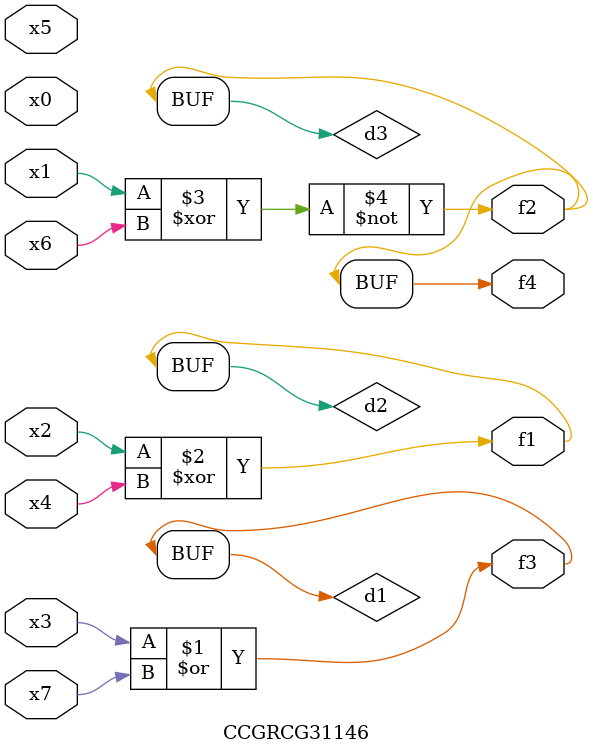
<source format=v>
module CCGRCG31146(
	input x0, x1, x2, x3, x4, x5, x6, x7,
	output f1, f2, f3, f4
);

	wire d1, d2, d3;

	or (d1, x3, x7);
	xor (d2, x2, x4);
	xnor (d3, x1, x6);
	assign f1 = d2;
	assign f2 = d3;
	assign f3 = d1;
	assign f4 = d3;
endmodule

</source>
